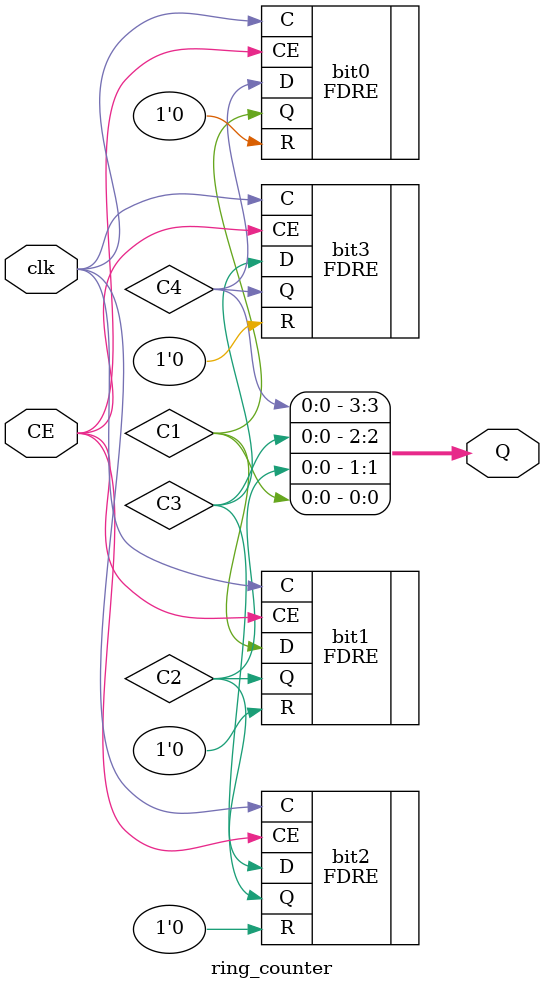
<source format=v>
`timescale 1ns / 1ps


module ring_counter(
    input clk,
    input CE,
    //input reset,
    output [3:0] Q
    );
    
    wire C1, C2, C3, C4;
    
    FDRE #(.INIT(1'b1) ) bit0 (.C(clk), .R(1'b0), .CE(CE), .D(C4), .Q(C1));
    FDRE #(.INIT(1'b0) ) bit1 (.C(clk), .R(1'b0), .CE(CE), .D(C1), .Q(C2));
    FDRE #(.INIT(1'b0) ) bit2 (.C(clk), .R(1'b0), .CE(CE), .D(C2), .Q(C3));
    FDRE #(.INIT(1'b0) ) bit3 (.C(clk), .R(1'b0), .CE(CE), .D(C3), .Q(C4));
    
    assign Q[0] = C1;
    assign Q[1] = C2;
    assign Q[2] = C3;
    assign Q[3] = C4;
    
endmodule

</source>
